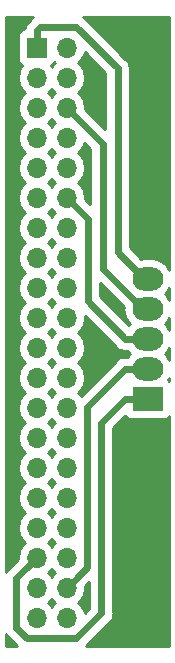
<source format=gbr>
G04 #@! TF.GenerationSoftware,KiCad,Pcbnew,5.0.0-rc2-dev-unknown-5e5e80d~64~ubuntu16.04.1*
G04 #@! TF.CreationDate,2018-05-02T16:30:27-03:00*
G04 #@! TF.ProjectId,audio_2,617564696F5F322E6B696361645F7063,rev?*
G04 #@! TF.SameCoordinates,Original*
G04 #@! TF.FileFunction,Copper,L1,Top,Signal*
G04 #@! TF.FilePolarity,Positive*
%FSLAX46Y46*%
G04 Gerber Fmt 4.6, Leading zero omitted, Abs format (unit mm)*
G04 Created by KiCad (PCBNEW 5.0.0-rc2-dev-unknown-5e5e80d~64~ubuntu16.04.1) date Wed May  2 16:30:27 2018*
%MOMM*%
%LPD*%
G01*
G04 APERTURE LIST*
%ADD10O,2.600000X2.000000*%
%ADD11R,2.600000X2.000000*%
%ADD12O,1.700000X1.700000*%
%ADD13R,1.700000X1.700000*%
%ADD14C,0.600000*%
%ADD15C,0.254000*%
G04 APERTURE END LIST*
D10*
X133350000Y-106680000D03*
X133350000Y-109220000D03*
X133350000Y-111760000D03*
X133350000Y-114300000D03*
D11*
X133350000Y-116840000D03*
D12*
X126485001Y-135367500D03*
X123945001Y-135367500D03*
X126485001Y-132827500D03*
X123945001Y-132827500D03*
X126485001Y-130287500D03*
X123945001Y-130287500D03*
X126485001Y-127747500D03*
X123945001Y-127747500D03*
X126485001Y-125207500D03*
X123945001Y-125207500D03*
X126485001Y-122667500D03*
X123945001Y-122667500D03*
X126485001Y-120127500D03*
X123945001Y-120127500D03*
X126485001Y-117587500D03*
X123945001Y-117587500D03*
X126485001Y-115047500D03*
X123945001Y-115047500D03*
X126485001Y-112507500D03*
X123945001Y-112507500D03*
X126485001Y-109967500D03*
X123945001Y-109967500D03*
X126485001Y-107427500D03*
X123945001Y-107427500D03*
X126485001Y-104887500D03*
X123945001Y-104887500D03*
X126485001Y-102347500D03*
X123945001Y-102347500D03*
X126485001Y-99807500D03*
X123945001Y-99807500D03*
X126485001Y-97267500D03*
X123945001Y-97267500D03*
X126485001Y-94727500D03*
X123945001Y-94727500D03*
X126485001Y-92187500D03*
X123945001Y-92187500D03*
X126485001Y-89647500D03*
X123945001Y-89647500D03*
X126485001Y-87107500D03*
D13*
X123945001Y-87107500D03*
D14*
X133050000Y-106680000D02*
X130810000Y-104440000D01*
X133350000Y-106680000D02*
X133050000Y-106680000D01*
X124245002Y-85357499D02*
X123945001Y-85657500D01*
X123945001Y-85657500D02*
X123945001Y-87107500D01*
X127325002Y-85357499D02*
X124245002Y-85357499D01*
X130810000Y-88842497D02*
X127325002Y-85357499D01*
X130810000Y-104440000D02*
X130810000Y-88842497D01*
X132262991Y-108580010D02*
X129540000Y-105857019D01*
X132710010Y-108580010D02*
X132262991Y-108580010D01*
X133350000Y-109220000D02*
X132710010Y-108580010D01*
X129540000Y-95242499D02*
X126485001Y-92187500D01*
X129540000Y-105857019D02*
X129540000Y-95242499D01*
X131450000Y-111760000D02*
X128270000Y-108580000D01*
X133350000Y-111760000D02*
X131450000Y-111760000D01*
X128270000Y-101592499D02*
X126485001Y-99807500D01*
X128270000Y-108580000D02*
X128270000Y-101592499D01*
X127335000Y-131977501D02*
X126485001Y-132827500D01*
X128235002Y-117514998D02*
X128235002Y-131077499D01*
X131450000Y-114300000D02*
X128235002Y-117514998D01*
X128235002Y-131077499D02*
X127335000Y-131977501D01*
X133350000Y-114300000D02*
X131450000Y-114300000D01*
X123095002Y-131137499D02*
X123945001Y-130287500D01*
X122195000Y-132037501D02*
X123095002Y-131137499D01*
X122195000Y-136207501D02*
X122195000Y-132037501D01*
X123105000Y-137117501D02*
X122195000Y-136207501D01*
X127325002Y-137117501D02*
X123105000Y-137117501D01*
X129435012Y-135007491D02*
X127325002Y-137117501D01*
X129435012Y-118854988D02*
X129435012Y-135007491D01*
X131450000Y-116840000D02*
X129435012Y-118854988D01*
X133350000Y-116840000D02*
X131450000Y-116840000D01*
D15*
G36*
X121454574Y-136947927D02*
X121540330Y-137005227D01*
X122280101Y-137745000D01*
X121335000Y-137745000D01*
X121335000Y-136768971D01*
X121454574Y-136947927D01*
X121454574Y-136947927D01*
G37*
X121454574Y-136947927D02*
X121540330Y-137005227D01*
X122280101Y-137745000D01*
X121335000Y-137745000D01*
X121335000Y-136768971D01*
X121454574Y-136947927D01*
G36*
X131525863Y-118364137D02*
X131766339Y-118524818D01*
X132050000Y-118581242D01*
X134650000Y-118581242D01*
X134933661Y-118524818D01*
X135174137Y-118364137D01*
X135205001Y-118317946D01*
X135205001Y-137745000D01*
X128149899Y-137745000D01*
X130089684Y-135805216D01*
X130175438Y-135747917D01*
X130402425Y-135408206D01*
X130462012Y-135108641D01*
X130462012Y-135108640D01*
X130482132Y-135007491D01*
X130462012Y-134906342D01*
X130462012Y-119280384D01*
X131466742Y-118275656D01*
X131525863Y-118364137D01*
X131525863Y-118364137D01*
G37*
X131525863Y-118364137D02*
X131766339Y-118524818D01*
X132050000Y-118581242D01*
X134650000Y-118581242D01*
X134933661Y-118524818D01*
X135174137Y-118364137D01*
X135205001Y-118317946D01*
X135205001Y-137745000D01*
X128149899Y-137745000D01*
X130089684Y-135805216D01*
X130175438Y-135747917D01*
X130402425Y-135408206D01*
X130462012Y-135108641D01*
X130462012Y-135108640D01*
X130482132Y-135007491D01*
X130462012Y-134906342D01*
X130462012Y-119280384D01*
X131466742Y-118275656D01*
X131525863Y-118364137D01*
G36*
X128408013Y-134582093D02*
X128014870Y-134975237D01*
X127970502Y-134752185D01*
X127621954Y-134230547D01*
X127422835Y-134097500D01*
X127621954Y-133964453D01*
X127970502Y-133442815D01*
X128092896Y-132827500D01*
X128067097Y-132697801D01*
X128132722Y-132632176D01*
X128132724Y-132632173D01*
X128408013Y-132356885D01*
X128408013Y-134582093D01*
X128408013Y-134582093D01*
G37*
X128408013Y-134582093D02*
X128014870Y-134975237D01*
X127970502Y-134752185D01*
X127621954Y-134230547D01*
X127422835Y-134097500D01*
X127621954Y-133964453D01*
X127970502Y-133442815D01*
X128092896Y-132827500D01*
X128067097Y-132697801D01*
X128132722Y-132632176D01*
X128132724Y-132632173D01*
X128408013Y-132356885D01*
X128408013Y-134582093D01*
G36*
X125348048Y-133964453D02*
X125547167Y-134097500D01*
X125348048Y-134230547D01*
X125215001Y-134429666D01*
X125081954Y-134230547D01*
X124882835Y-134097500D01*
X125081954Y-133964453D01*
X125215001Y-133765334D01*
X125348048Y-133964453D01*
X125348048Y-133964453D01*
G37*
X125348048Y-133964453D02*
X125547167Y-134097500D01*
X125348048Y-134230547D01*
X125215001Y-134429666D01*
X125081954Y-134230547D01*
X124882835Y-134097500D01*
X125081954Y-133964453D01*
X125215001Y-133765334D01*
X125348048Y-133964453D01*
G36*
X125348048Y-131424453D02*
X125547167Y-131557500D01*
X125348048Y-131690547D01*
X125215001Y-131889666D01*
X125081954Y-131690547D01*
X124882835Y-131557500D01*
X125081954Y-131424453D01*
X125215001Y-131225334D01*
X125348048Y-131424453D01*
X125348048Y-131424453D01*
G37*
X125348048Y-131424453D02*
X125547167Y-131557500D01*
X125348048Y-131690547D01*
X125215001Y-131889666D01*
X125081954Y-131690547D01*
X124882835Y-131557500D01*
X125081954Y-131424453D01*
X125215001Y-131225334D01*
X125348048Y-131424453D01*
G36*
X123504576Y-84617073D02*
X123447277Y-84702827D01*
X123290331Y-84859774D01*
X123204575Y-84917074D01*
X122977588Y-85256786D01*
X122957555Y-85357500D01*
X122919013Y-85551264D01*
X122811340Y-85572682D01*
X122570864Y-85733363D01*
X122410183Y-85973839D01*
X122353759Y-86257500D01*
X122353759Y-87957500D01*
X122410183Y-88241161D01*
X122570864Y-88481637D01*
X122748194Y-88600125D01*
X122459500Y-89032185D01*
X122337106Y-89647500D01*
X122459500Y-90262815D01*
X122808048Y-90784453D01*
X123007167Y-90917500D01*
X122808048Y-91050547D01*
X122459500Y-91572185D01*
X122337106Y-92187500D01*
X122459500Y-92802815D01*
X122808048Y-93324453D01*
X123007167Y-93457500D01*
X122808048Y-93590547D01*
X122459500Y-94112185D01*
X122337106Y-94727500D01*
X122459500Y-95342815D01*
X122808048Y-95864453D01*
X123007167Y-95997500D01*
X122808048Y-96130547D01*
X122459500Y-96652185D01*
X122337106Y-97267500D01*
X122459500Y-97882815D01*
X122808048Y-98404453D01*
X123007167Y-98537500D01*
X122808048Y-98670547D01*
X122459500Y-99192185D01*
X122337106Y-99807500D01*
X122459500Y-100422815D01*
X122808048Y-100944453D01*
X123007167Y-101077500D01*
X122808048Y-101210547D01*
X122459500Y-101732185D01*
X122337106Y-102347500D01*
X122459500Y-102962815D01*
X122808048Y-103484453D01*
X123007167Y-103617500D01*
X122808048Y-103750547D01*
X122459500Y-104272185D01*
X122337106Y-104887500D01*
X122459500Y-105502815D01*
X122808048Y-106024453D01*
X123007167Y-106157500D01*
X122808048Y-106290547D01*
X122459500Y-106812185D01*
X122337106Y-107427500D01*
X122459500Y-108042815D01*
X122808048Y-108564453D01*
X123007167Y-108697500D01*
X122808048Y-108830547D01*
X122459500Y-109352185D01*
X122337106Y-109967500D01*
X122459500Y-110582815D01*
X122808048Y-111104453D01*
X123007167Y-111237500D01*
X122808048Y-111370547D01*
X122459500Y-111892185D01*
X122337106Y-112507500D01*
X122459500Y-113122815D01*
X122808048Y-113644453D01*
X123007167Y-113777500D01*
X122808048Y-113910547D01*
X122459500Y-114432185D01*
X122337106Y-115047500D01*
X122459500Y-115662815D01*
X122808048Y-116184453D01*
X123007167Y-116317500D01*
X122808048Y-116450547D01*
X122459500Y-116972185D01*
X122337106Y-117587500D01*
X122459500Y-118202815D01*
X122808048Y-118724453D01*
X123007167Y-118857500D01*
X122808048Y-118990547D01*
X122459500Y-119512185D01*
X122337106Y-120127500D01*
X122459500Y-120742815D01*
X122808048Y-121264453D01*
X123007167Y-121397500D01*
X122808048Y-121530547D01*
X122459500Y-122052185D01*
X122337106Y-122667500D01*
X122459500Y-123282815D01*
X122808048Y-123804453D01*
X123007167Y-123937500D01*
X122808048Y-124070547D01*
X122459500Y-124592185D01*
X122337106Y-125207500D01*
X122459500Y-125822815D01*
X122808048Y-126344453D01*
X123007167Y-126477500D01*
X122808048Y-126610547D01*
X122459500Y-127132185D01*
X122337106Y-127747500D01*
X122459500Y-128362815D01*
X122808048Y-128884453D01*
X123007167Y-129017500D01*
X122808048Y-129150547D01*
X122459500Y-129672185D01*
X122337106Y-130287500D01*
X122362905Y-130417199D01*
X121540328Y-131239777D01*
X121454575Y-131297075D01*
X121397278Y-131382827D01*
X121335000Y-131476033D01*
X121335000Y-84505000D01*
X123672306Y-84505000D01*
X123504576Y-84617073D01*
X123504576Y-84617073D01*
G37*
X123504576Y-84617073D02*
X123447277Y-84702827D01*
X123290331Y-84859774D01*
X123204575Y-84917074D01*
X122977588Y-85256786D01*
X122957555Y-85357500D01*
X122919013Y-85551264D01*
X122811340Y-85572682D01*
X122570864Y-85733363D01*
X122410183Y-85973839D01*
X122353759Y-86257500D01*
X122353759Y-87957500D01*
X122410183Y-88241161D01*
X122570864Y-88481637D01*
X122748194Y-88600125D01*
X122459500Y-89032185D01*
X122337106Y-89647500D01*
X122459500Y-90262815D01*
X122808048Y-90784453D01*
X123007167Y-90917500D01*
X122808048Y-91050547D01*
X122459500Y-91572185D01*
X122337106Y-92187500D01*
X122459500Y-92802815D01*
X122808048Y-93324453D01*
X123007167Y-93457500D01*
X122808048Y-93590547D01*
X122459500Y-94112185D01*
X122337106Y-94727500D01*
X122459500Y-95342815D01*
X122808048Y-95864453D01*
X123007167Y-95997500D01*
X122808048Y-96130547D01*
X122459500Y-96652185D01*
X122337106Y-97267500D01*
X122459500Y-97882815D01*
X122808048Y-98404453D01*
X123007167Y-98537500D01*
X122808048Y-98670547D01*
X122459500Y-99192185D01*
X122337106Y-99807500D01*
X122459500Y-100422815D01*
X122808048Y-100944453D01*
X123007167Y-101077500D01*
X122808048Y-101210547D01*
X122459500Y-101732185D01*
X122337106Y-102347500D01*
X122459500Y-102962815D01*
X122808048Y-103484453D01*
X123007167Y-103617500D01*
X122808048Y-103750547D01*
X122459500Y-104272185D01*
X122337106Y-104887500D01*
X122459500Y-105502815D01*
X122808048Y-106024453D01*
X123007167Y-106157500D01*
X122808048Y-106290547D01*
X122459500Y-106812185D01*
X122337106Y-107427500D01*
X122459500Y-108042815D01*
X122808048Y-108564453D01*
X123007167Y-108697500D01*
X122808048Y-108830547D01*
X122459500Y-109352185D01*
X122337106Y-109967500D01*
X122459500Y-110582815D01*
X122808048Y-111104453D01*
X123007167Y-111237500D01*
X122808048Y-111370547D01*
X122459500Y-111892185D01*
X122337106Y-112507500D01*
X122459500Y-113122815D01*
X122808048Y-113644453D01*
X123007167Y-113777500D01*
X122808048Y-113910547D01*
X122459500Y-114432185D01*
X122337106Y-115047500D01*
X122459500Y-115662815D01*
X122808048Y-116184453D01*
X123007167Y-116317500D01*
X122808048Y-116450547D01*
X122459500Y-116972185D01*
X122337106Y-117587500D01*
X122459500Y-118202815D01*
X122808048Y-118724453D01*
X123007167Y-118857500D01*
X122808048Y-118990547D01*
X122459500Y-119512185D01*
X122337106Y-120127500D01*
X122459500Y-120742815D01*
X122808048Y-121264453D01*
X123007167Y-121397500D01*
X122808048Y-121530547D01*
X122459500Y-122052185D01*
X122337106Y-122667500D01*
X122459500Y-123282815D01*
X122808048Y-123804453D01*
X123007167Y-123937500D01*
X122808048Y-124070547D01*
X122459500Y-124592185D01*
X122337106Y-125207500D01*
X122459500Y-125822815D01*
X122808048Y-126344453D01*
X123007167Y-126477500D01*
X122808048Y-126610547D01*
X122459500Y-127132185D01*
X122337106Y-127747500D01*
X122459500Y-128362815D01*
X122808048Y-128884453D01*
X123007167Y-129017500D01*
X122808048Y-129150547D01*
X122459500Y-129672185D01*
X122337106Y-130287500D01*
X122362905Y-130417199D01*
X121540328Y-131239777D01*
X121454575Y-131297075D01*
X121397278Y-131382827D01*
X121335000Y-131476033D01*
X121335000Y-84505000D01*
X123672306Y-84505000D01*
X123504576Y-84617073D01*
G36*
X125348048Y-128884453D02*
X125547167Y-129017500D01*
X125348048Y-129150547D01*
X125215001Y-129349666D01*
X125081954Y-129150547D01*
X124882835Y-129017500D01*
X125081954Y-128884453D01*
X125215001Y-128685334D01*
X125348048Y-128884453D01*
X125348048Y-128884453D01*
G37*
X125348048Y-128884453D02*
X125547167Y-129017500D01*
X125348048Y-129150547D01*
X125215001Y-129349666D01*
X125081954Y-129150547D01*
X124882835Y-129017500D01*
X125081954Y-128884453D01*
X125215001Y-128685334D01*
X125348048Y-128884453D01*
G36*
X125348048Y-126344453D02*
X125547167Y-126477500D01*
X125348048Y-126610547D01*
X125215001Y-126809666D01*
X125081954Y-126610547D01*
X124882835Y-126477500D01*
X125081954Y-126344453D01*
X125215001Y-126145334D01*
X125348048Y-126344453D01*
X125348048Y-126344453D01*
G37*
X125348048Y-126344453D02*
X125547167Y-126477500D01*
X125348048Y-126610547D01*
X125215001Y-126809666D01*
X125081954Y-126610547D01*
X124882835Y-126477500D01*
X125081954Y-126344453D01*
X125215001Y-126145334D01*
X125348048Y-126344453D01*
G36*
X125348048Y-123804453D02*
X125547167Y-123937500D01*
X125348048Y-124070547D01*
X125215001Y-124269666D01*
X125081954Y-124070547D01*
X124882835Y-123937500D01*
X125081954Y-123804453D01*
X125215001Y-123605334D01*
X125348048Y-123804453D01*
X125348048Y-123804453D01*
G37*
X125348048Y-123804453D02*
X125547167Y-123937500D01*
X125348048Y-124070547D01*
X125215001Y-124269666D01*
X125081954Y-124070547D01*
X124882835Y-123937500D01*
X125081954Y-123804453D01*
X125215001Y-123605334D01*
X125348048Y-123804453D01*
G36*
X125348048Y-121264453D02*
X125547167Y-121397500D01*
X125348048Y-121530547D01*
X125215001Y-121729666D01*
X125081954Y-121530547D01*
X124882835Y-121397500D01*
X125081954Y-121264453D01*
X125215001Y-121065334D01*
X125348048Y-121264453D01*
X125348048Y-121264453D01*
G37*
X125348048Y-121264453D02*
X125547167Y-121397500D01*
X125348048Y-121530547D01*
X125215001Y-121729666D01*
X125081954Y-121530547D01*
X124882835Y-121397500D01*
X125081954Y-121264453D01*
X125215001Y-121065334D01*
X125348048Y-121264453D01*
G36*
X125348048Y-118724453D02*
X125547167Y-118857500D01*
X125348048Y-118990547D01*
X125215001Y-119189666D01*
X125081954Y-118990547D01*
X124882835Y-118857500D01*
X125081954Y-118724453D01*
X125215001Y-118525334D01*
X125348048Y-118724453D01*
X125348048Y-118724453D01*
G37*
X125348048Y-118724453D02*
X125547167Y-118857500D01*
X125348048Y-118990547D01*
X125215001Y-119189666D01*
X125081954Y-118990547D01*
X124882835Y-118857500D01*
X125081954Y-118724453D01*
X125215001Y-118525334D01*
X125348048Y-118724453D01*
G36*
X125348048Y-116184453D02*
X125547167Y-116317500D01*
X125348048Y-116450547D01*
X125215001Y-116649666D01*
X125081954Y-116450547D01*
X124882835Y-116317500D01*
X125081954Y-116184453D01*
X125215001Y-115985334D01*
X125348048Y-116184453D01*
X125348048Y-116184453D01*
G37*
X125348048Y-116184453D02*
X125547167Y-116317500D01*
X125348048Y-116450547D01*
X125215001Y-116649666D01*
X125081954Y-116450547D01*
X124882835Y-116317500D01*
X125081954Y-116184453D01*
X125215001Y-115985334D01*
X125348048Y-116184453D01*
G36*
X130652275Y-112414672D02*
X130709574Y-112500426D01*
X130968152Y-112673202D01*
X131049283Y-112727412D01*
X131049284Y-112727412D01*
X131049285Y-112727413D01*
X131348850Y-112787000D01*
X131449999Y-112807120D01*
X131551148Y-112787000D01*
X131659175Y-112787000D01*
X131804903Y-113005097D01*
X131842173Y-113030000D01*
X131804903Y-113054903D01*
X131659175Y-113273000D01*
X131551149Y-113273000D01*
X131450000Y-113252880D01*
X131348851Y-113273000D01*
X131348850Y-113273000D01*
X131049285Y-113332587D01*
X130709574Y-113559574D01*
X130652275Y-113645328D01*
X127712118Y-116585486D01*
X127621954Y-116450547D01*
X127422835Y-116317500D01*
X127621954Y-116184453D01*
X127970502Y-115662815D01*
X128092896Y-115047500D01*
X127970502Y-114432185D01*
X127621954Y-113910547D01*
X127422835Y-113777500D01*
X127621954Y-113644453D01*
X127970502Y-113122815D01*
X128092896Y-112507500D01*
X127970502Y-111892185D01*
X127621954Y-111370547D01*
X127422835Y-111237500D01*
X127621954Y-111104453D01*
X127970502Y-110582815D01*
X128092896Y-109967500D01*
X128065034Y-109827431D01*
X130652275Y-112414672D01*
X130652275Y-112414672D01*
G37*
X130652275Y-112414672D02*
X130709574Y-112500426D01*
X130968152Y-112673202D01*
X131049283Y-112727412D01*
X131049284Y-112727412D01*
X131049285Y-112727413D01*
X131348850Y-112787000D01*
X131449999Y-112807120D01*
X131551148Y-112787000D01*
X131659175Y-112787000D01*
X131804903Y-113005097D01*
X131842173Y-113030000D01*
X131804903Y-113054903D01*
X131659175Y-113273000D01*
X131551149Y-113273000D01*
X131450000Y-113252880D01*
X131348851Y-113273000D01*
X131348850Y-113273000D01*
X131049285Y-113332587D01*
X130709574Y-113559574D01*
X130652275Y-113645328D01*
X127712118Y-116585486D01*
X127621954Y-116450547D01*
X127422835Y-116317500D01*
X127621954Y-116184453D01*
X127970502Y-115662815D01*
X128092896Y-115047500D01*
X127970502Y-114432185D01*
X127621954Y-113910547D01*
X127422835Y-113777500D01*
X127621954Y-113644453D01*
X127970502Y-113122815D01*
X128092896Y-112507500D01*
X127970502Y-111892185D01*
X127621954Y-111370547D01*
X127422835Y-111237500D01*
X127621954Y-111104453D01*
X127970502Y-110582815D01*
X128092896Y-109967500D01*
X128065034Y-109827431D01*
X130652275Y-112414672D01*
G36*
X135205001Y-115362054D02*
X135174137Y-115315863D01*
X135087118Y-115257718D01*
X135205001Y-115081294D01*
X135205001Y-115362054D01*
X135205001Y-115362054D01*
G37*
X135205001Y-115362054D02*
X135174137Y-115315863D01*
X135087118Y-115257718D01*
X135205001Y-115081294D01*
X135205001Y-115362054D01*
G36*
X125348048Y-113644453D02*
X125547167Y-113777500D01*
X125348048Y-113910547D01*
X125215001Y-114109666D01*
X125081954Y-113910547D01*
X124882835Y-113777500D01*
X125081954Y-113644453D01*
X125215001Y-113445334D01*
X125348048Y-113644453D01*
X125348048Y-113644453D01*
G37*
X125348048Y-113644453D02*
X125547167Y-113777500D01*
X125348048Y-113910547D01*
X125215001Y-114109666D01*
X125081954Y-113910547D01*
X124882835Y-113777500D01*
X125081954Y-113644453D01*
X125215001Y-113445334D01*
X125348048Y-113644453D01*
G36*
X135205001Y-113518706D02*
X134895097Y-113054903D01*
X134857827Y-113030000D01*
X134895097Y-113005097D01*
X135205001Y-112541294D01*
X135205001Y-113518706D01*
X135205001Y-113518706D01*
G37*
X135205001Y-113518706D02*
X134895097Y-113054903D01*
X134857827Y-113030000D01*
X134895097Y-113005097D01*
X135205001Y-112541294D01*
X135205001Y-113518706D01*
G36*
X125348048Y-111104453D02*
X125547167Y-111237500D01*
X125348048Y-111370547D01*
X125215001Y-111569666D01*
X125081954Y-111370547D01*
X124882835Y-111237500D01*
X125081954Y-111104453D01*
X125215001Y-110905334D01*
X125348048Y-111104453D01*
X125348048Y-111104453D01*
G37*
X125348048Y-111104453D02*
X125547167Y-111237500D01*
X125348048Y-111370547D01*
X125215001Y-111569666D01*
X125081954Y-111370547D01*
X124882835Y-111237500D01*
X125081954Y-111104453D01*
X125215001Y-110905334D01*
X125348048Y-111104453D01*
G36*
X135205000Y-110978706D02*
X134895097Y-110514903D01*
X134857827Y-110490000D01*
X134895097Y-110465097D01*
X135205000Y-110001294D01*
X135205000Y-110978706D01*
X135205000Y-110978706D01*
G37*
X135205000Y-110978706D02*
X134895097Y-110514903D01*
X134857827Y-110490000D01*
X134895097Y-110465097D01*
X135205000Y-110001294D01*
X135205000Y-110978706D01*
G36*
X131315948Y-109085364D02*
X131289167Y-109220000D01*
X131423202Y-109893842D01*
X131804903Y-110465097D01*
X131842173Y-110490000D01*
X131804903Y-110514903D01*
X131745781Y-110603385D01*
X129297000Y-108154604D01*
X129297000Y-107066415D01*
X131315948Y-109085364D01*
X131315948Y-109085364D01*
G37*
X131315948Y-109085364D02*
X131289167Y-109220000D01*
X131423202Y-109893842D01*
X131804903Y-110465097D01*
X131842173Y-110490000D01*
X131804903Y-110514903D01*
X131745781Y-110603385D01*
X129297000Y-108154604D01*
X129297000Y-107066415D01*
X131315948Y-109085364D01*
G36*
X125348048Y-108564453D02*
X125547167Y-108697500D01*
X125348048Y-108830547D01*
X125215001Y-109029666D01*
X125081954Y-108830547D01*
X124882835Y-108697500D01*
X125081954Y-108564453D01*
X125215001Y-108365334D01*
X125348048Y-108564453D01*
X125348048Y-108564453D01*
G37*
X125348048Y-108564453D02*
X125547167Y-108697500D01*
X125348048Y-108830547D01*
X125215001Y-109029666D01*
X125081954Y-108830547D01*
X124882835Y-108697500D01*
X125081954Y-108564453D01*
X125215001Y-108365334D01*
X125348048Y-108564453D01*
G36*
X135205000Y-108438706D02*
X134895097Y-107974903D01*
X134857827Y-107950000D01*
X134895097Y-107925097D01*
X135205000Y-107461294D01*
X135205000Y-108438706D01*
X135205000Y-108438706D01*
G37*
X135205000Y-108438706D02*
X134895097Y-107974903D01*
X134857827Y-107950000D01*
X134895097Y-107925097D01*
X135205000Y-107461294D01*
X135205000Y-108438706D01*
G36*
X125348048Y-106024453D02*
X125547167Y-106157500D01*
X125348048Y-106290547D01*
X125215001Y-106489666D01*
X125081954Y-106290547D01*
X124882835Y-106157500D01*
X125081954Y-106024453D01*
X125215001Y-105825334D01*
X125348048Y-106024453D01*
X125348048Y-106024453D01*
G37*
X125348048Y-106024453D02*
X125547167Y-106157500D01*
X125348048Y-106290547D01*
X125215001Y-106489666D01*
X125081954Y-106290547D01*
X124882835Y-106157500D01*
X125081954Y-106024453D01*
X125215001Y-105825334D01*
X125348048Y-106024453D01*
G36*
X135205000Y-105898705D02*
X134895097Y-105434903D01*
X134323842Y-105053202D01*
X133820091Y-104953000D01*
X132879909Y-104953000D01*
X132792737Y-104970340D01*
X131837000Y-104014604D01*
X131837000Y-88943645D01*
X131857120Y-88842496D01*
X131791091Y-88510547D01*
X131777413Y-88441782D01*
X131550426Y-88102071D01*
X131464675Y-88044774D01*
X128122728Y-84702829D01*
X128065428Y-84617073D01*
X127897698Y-84505000D01*
X135205000Y-84505000D01*
X135205000Y-105898705D01*
X135205000Y-105898705D01*
G37*
X135205000Y-105898705D02*
X134895097Y-105434903D01*
X134323842Y-105053202D01*
X133820091Y-104953000D01*
X132879909Y-104953000D01*
X132792737Y-104970340D01*
X131837000Y-104014604D01*
X131837000Y-88943645D01*
X131857120Y-88842496D01*
X131791091Y-88510547D01*
X131777413Y-88441782D01*
X131550426Y-88102071D01*
X131464675Y-88044774D01*
X128122728Y-84702829D01*
X128065428Y-84617073D01*
X127897698Y-84505000D01*
X135205000Y-84505000D01*
X135205000Y-105898705D01*
G36*
X125348048Y-103484453D02*
X125547167Y-103617500D01*
X125348048Y-103750547D01*
X125215001Y-103949666D01*
X125081954Y-103750547D01*
X124882835Y-103617500D01*
X125081954Y-103484453D01*
X125215001Y-103285334D01*
X125348048Y-103484453D01*
X125348048Y-103484453D01*
G37*
X125348048Y-103484453D02*
X125547167Y-103617500D01*
X125348048Y-103750547D01*
X125215001Y-103949666D01*
X125081954Y-103750547D01*
X124882835Y-103617500D01*
X125081954Y-103484453D01*
X125215001Y-103285334D01*
X125348048Y-103484453D01*
G36*
X125348048Y-100944453D02*
X125547167Y-101077500D01*
X125348048Y-101210547D01*
X125215001Y-101409666D01*
X125081954Y-101210547D01*
X124882835Y-101077500D01*
X125081954Y-100944453D01*
X125215001Y-100745334D01*
X125348048Y-100944453D01*
X125348048Y-100944453D01*
G37*
X125348048Y-100944453D02*
X125547167Y-101077500D01*
X125348048Y-101210547D01*
X125215001Y-101409666D01*
X125081954Y-101210547D01*
X124882835Y-101077500D01*
X125081954Y-100944453D01*
X125215001Y-100745334D01*
X125348048Y-100944453D01*
G36*
X128513001Y-95667897D02*
X128513001Y-100383103D01*
X128067097Y-99937200D01*
X128092896Y-99807500D01*
X127970502Y-99192185D01*
X127621954Y-98670547D01*
X127422835Y-98537500D01*
X127621954Y-98404453D01*
X127970502Y-97882815D01*
X128092896Y-97267500D01*
X127970502Y-96652185D01*
X127621954Y-96130547D01*
X127422835Y-95997500D01*
X127621954Y-95864453D01*
X127970502Y-95342815D01*
X128006574Y-95161470D01*
X128513001Y-95667897D01*
X128513001Y-95667897D01*
G37*
X128513001Y-95667897D02*
X128513001Y-100383103D01*
X128067097Y-99937200D01*
X128092896Y-99807500D01*
X127970502Y-99192185D01*
X127621954Y-98670547D01*
X127422835Y-98537500D01*
X127621954Y-98404453D01*
X127970502Y-97882815D01*
X128092896Y-97267500D01*
X127970502Y-96652185D01*
X127621954Y-96130547D01*
X127422835Y-95997500D01*
X127621954Y-95864453D01*
X127970502Y-95342815D01*
X128006574Y-95161470D01*
X128513001Y-95667897D01*
G36*
X125348048Y-98404453D02*
X125547167Y-98537500D01*
X125348048Y-98670547D01*
X125215001Y-98869666D01*
X125081954Y-98670547D01*
X124882835Y-98537500D01*
X125081954Y-98404453D01*
X125215001Y-98205334D01*
X125348048Y-98404453D01*
X125348048Y-98404453D01*
G37*
X125348048Y-98404453D02*
X125547167Y-98537500D01*
X125348048Y-98670547D01*
X125215001Y-98869666D01*
X125081954Y-98670547D01*
X124882835Y-98537500D01*
X125081954Y-98404453D01*
X125215001Y-98205334D01*
X125348048Y-98404453D01*
G36*
X125348048Y-95864453D02*
X125547167Y-95997500D01*
X125348048Y-96130547D01*
X125215001Y-96329666D01*
X125081954Y-96130547D01*
X124882835Y-95997500D01*
X125081954Y-95864453D01*
X125215001Y-95665334D01*
X125348048Y-95864453D01*
X125348048Y-95864453D01*
G37*
X125348048Y-95864453D02*
X125547167Y-95997500D01*
X125348048Y-96130547D01*
X125215001Y-96329666D01*
X125081954Y-96130547D01*
X124882835Y-95997500D01*
X125081954Y-95864453D01*
X125215001Y-95665334D01*
X125348048Y-95864453D01*
G36*
X129783001Y-89267896D02*
X129783001Y-94033103D01*
X128067097Y-92317200D01*
X128092896Y-92187500D01*
X127970502Y-91572185D01*
X127621954Y-91050547D01*
X127422835Y-90917500D01*
X127621954Y-90784453D01*
X127970502Y-90262815D01*
X128092896Y-89647500D01*
X127970502Y-89032185D01*
X127621954Y-88510547D01*
X127422835Y-88377500D01*
X127621954Y-88244453D01*
X127970502Y-87722815D01*
X128014870Y-87499764D01*
X129783001Y-89267896D01*
X129783001Y-89267896D01*
G37*
X129783001Y-89267896D02*
X129783001Y-94033103D01*
X128067097Y-92317200D01*
X128092896Y-92187500D01*
X127970502Y-91572185D01*
X127621954Y-91050547D01*
X127422835Y-90917500D01*
X127621954Y-90784453D01*
X127970502Y-90262815D01*
X128092896Y-89647500D01*
X127970502Y-89032185D01*
X127621954Y-88510547D01*
X127422835Y-88377500D01*
X127621954Y-88244453D01*
X127970502Y-87722815D01*
X128014870Y-87499764D01*
X129783001Y-89267896D01*
G36*
X125348048Y-93324453D02*
X125547167Y-93457500D01*
X125348048Y-93590547D01*
X125215001Y-93789666D01*
X125081954Y-93590547D01*
X124882835Y-93457500D01*
X125081954Y-93324453D01*
X125215001Y-93125334D01*
X125348048Y-93324453D01*
X125348048Y-93324453D01*
G37*
X125348048Y-93324453D02*
X125547167Y-93457500D01*
X125348048Y-93590547D01*
X125215001Y-93789666D01*
X125081954Y-93590547D01*
X124882835Y-93457500D01*
X125081954Y-93324453D01*
X125215001Y-93125334D01*
X125348048Y-93324453D01*
G36*
X125348048Y-90784453D02*
X125547167Y-90917500D01*
X125348048Y-91050547D01*
X125215001Y-91249666D01*
X125081954Y-91050547D01*
X124882835Y-90917500D01*
X125081954Y-90784453D01*
X125215001Y-90585334D01*
X125348048Y-90784453D01*
X125348048Y-90784453D01*
G37*
X125348048Y-90784453D02*
X125547167Y-90917500D01*
X125348048Y-91050547D01*
X125215001Y-91249666D01*
X125081954Y-91050547D01*
X124882835Y-90917500D01*
X125081954Y-90784453D01*
X125215001Y-90585334D01*
X125348048Y-90784453D01*
G36*
X125547167Y-88377500D02*
X125348048Y-88510547D01*
X125215001Y-88709666D01*
X125141808Y-88600125D01*
X125319138Y-88481637D01*
X125437626Y-88304307D01*
X125547167Y-88377500D01*
X125547167Y-88377500D01*
G37*
X125547167Y-88377500D02*
X125348048Y-88510547D01*
X125215001Y-88709666D01*
X125141808Y-88600125D01*
X125319138Y-88481637D01*
X125437626Y-88304307D01*
X125547167Y-88377500D01*
M02*

</source>
